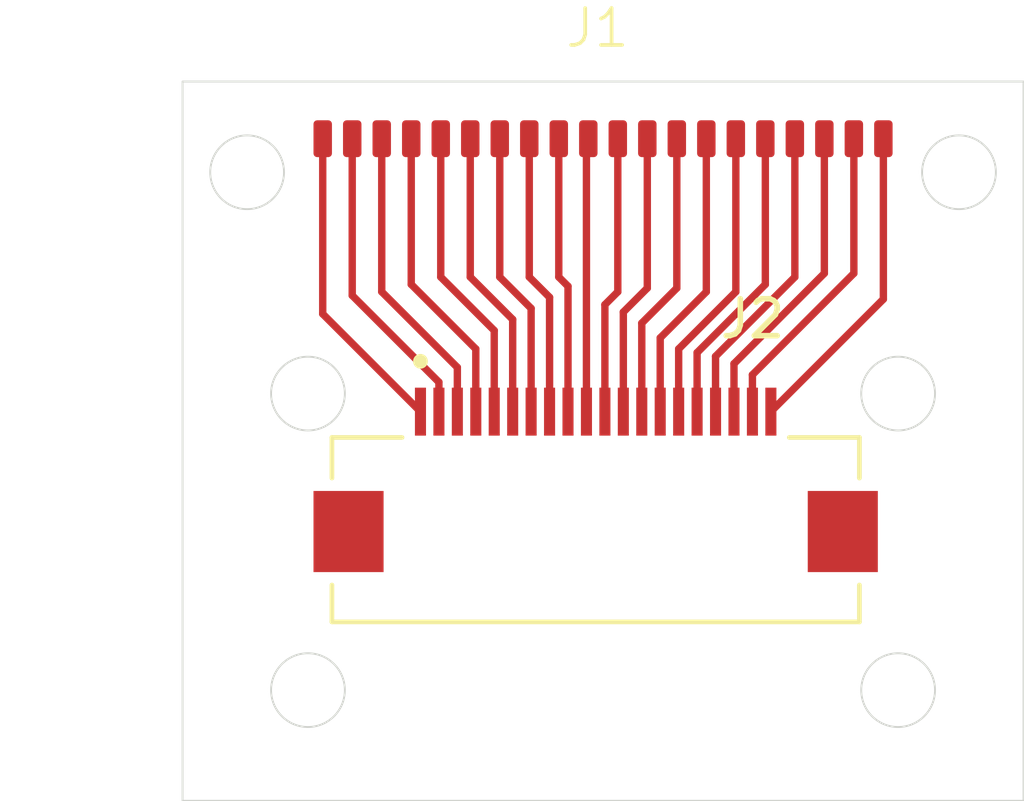
<source format=kicad_pcb>
(kicad_pcb (version 20241229) (generator "pcbnew") (generator_version "9.0")
  (layers (0 "F.Cu" signal) (2 "B.Cu" signal) (13 "F.Paste" user) (15 "B.Paste" user) (5 "F.SilkS" user "F.Silkscreen") (7 "B.SilkS" user "B.Silkscreen") (1 "F.Mask" user) (3 "B.Mask" user) (25 "Edge.Cuts" user))
  (net 0 "")
  (net 1 "Net-(J1-Pin_8)")
  (net 2 "Net-(J1-Pin_16)")
  (net 3 "Net-(J1-Pin_17)")
  (net 4 "Net-(J1-Pin_1)")
  (net 5 "Net-(J1-Pin_13)")
  (net 6 "Net-(J1-Pin_7)")
  (net 7 "Net-(J1-Pin_3)")
  (net 8 "Net-(J1-Pin_14)")
  (net 9 "Net-(J1-Pin_20)")
  (net 10 "Net-(J1-Pin_15)")
  (net 11 "Net-(J1-Pin_9)")
  (net 12 "Net-(J1-Pin_6)")
  (net 13 "Net-(J1-Pin_10)")
  (net 14 "Net-(J1-Pin_19)")
  (net 15 "Net-(J1-Pin_5)")
  (net 16 "Net-(J1-Pin_11)")
  (net 17 "Net-(J1-Pin_18)")
  (net 18 "Net-(J1-Pin_12)")
  (net 19 "Net-(J1-Pin_4)")
  (net 20 "Net-(J1-Pin_2)")
  (footprint "Custom_pads:Pads 1x20" (layer "F.Cu") (at 159.75 37.05)
    (property "Reference" "J1" (at 0 -3 0) (layer "F.SilkS") (effects (font (thickness 0.1))))
    (property "Value" "Conn_01x20_Pin")
    (pad "1" smd roundrect (at -7.45 0) (size 0.5 1) (layers "F.Cu" "F.Mask" "F.Paste") (roundrect_rratio 0.2) (net 4 "Net-(J1-Pin_1)"))
    (pad "2" smd roundrect (at -6.65 0) (size 0.5 1) (layers "F.Cu" "F.Mask" "F.Paste") (roundrect_rratio 0.2) (net 20 "Net-(J1-Pin_2)"))
    (pad "3" smd roundrect (at -5.85 0) (size 0.5 1) (layers "F.Cu" "F.Mask" "F.Paste") (roundrect_rratio 0.2) (net 7 "Net-(J1-Pin_3)"))
    (pad "4" smd roundrect (at -5.05 0) (size 0.5 1) (layers "F.Cu" "F.Mask" "F.Paste") (roundrect_rratio 0.2) (net 19 "Net-(J1-Pin_4)"))
    (pad "5" smd roundrect (at -4.25 0) (size 0.5 1) (layers "F.Cu" "F.Mask" "F.Paste") (roundrect_rratio 0.2) (net 15 "Net-(J1-Pin_5)"))
    (pad "6" smd roundrect (at -3.45 0) (size 0.5 1) (layers "F.Cu" "F.Mask" "F.Paste") (roundrect_rratio 0.2) (net 12 "Net-(J1-Pin_6)"))
    (pad "7" smd roundrect (at -2.65 0) (size 0.5 1) (layers "F.Cu" "F.Mask" "F.Paste") (roundrect_rratio 0.2) (net 6 "Net-(J1-Pin_7)"))
    (pad "8" smd roundrect (at -1.85 0) (size 0.5 1) (layers "F.Cu" "F.Mask" "F.Paste") (roundrect_rratio 0.2) (net 1 "Net-(J1-Pin_8)"))
    (pad "9" smd roundrect (at -1.05 0) (size 0.5 1) (layers "F.Cu" "F.Mask" "F.Paste") (roundrect_rratio 0.2) (net 11 "Net-(J1-Pin_9)"))
    (pad "10" smd roundrect (at -0.25 0) (size 0.5 1) (layers "F.Cu" "F.Mask" "F.Paste") (roundrect_rratio 0.2) (net 13 "Net-(J1-Pin_10)"))
    (pad "11" smd roundrect (at 0.55 0) (size 0.5 1) (layers "F.Cu" "F.Mask" "F.Paste") (roundrect_rratio 0.2) (net 16 "Net-(J1-Pin_11)"))
    (pad "12" smd roundrect (at 1.35 0) (size 0.5 1) (layers "F.Cu" "F.Mask" "F.Paste") (roundrect_rratio 0.2) (net 18 "Net-(J1-Pin_12)"))
    (pad "13" smd roundrect (at 2.15 0) (size 0.5 1) (layers "F.Cu" "F.Mask" "F.Paste") (roundrect_rratio 0.2) (net 5 "Net-(J1-Pin_13)"))
    (pad "14" smd roundrect (at 2.95 0) (size 0.5 1) (layers "F.Cu" "F.Mask" "F.Paste") (roundrect_rratio 0.2) (net 8 "Net-(J1-Pin_14)"))
    (pad "15" smd roundrect (at 3.75 0) (size 0.5 1) (layers "F.Cu" "F.Mask" "F.Paste") (roundrect_rratio 0.2) (net 10 "Net-(J1-Pin_15)"))
    (pad "16" smd roundrect (at 4.55 0) (size 0.5 1) (layers "F.Cu" "F.Mask" "F.Paste") (roundrect_rratio 0.2) (net 2 "Net-(J1-Pin_16)"))
    (pad "17" smd roundrect (at 5.35 0) (size 0.5 1) (layers "F.Cu" "F.Mask" "F.Paste") (roundrect_rratio 0.2) (net 3 "Net-(J1-Pin_17)"))
    (pad "18" smd roundrect (at 6.15 0) (size 0.5 1) (layers "F.Cu" "F.Mask" "F.Paste") (roundrect_rratio 0.2) (net 17 "Net-(J1-Pin_18)"))
    (pad "19" smd roundrect (at 6.95 0) (size 0.5 1) (layers "F.Cu" "F.Mask" "F.Paste") (roundrect_rratio 0.2) (net 14 "Net-(J1-Pin_19)"))
    (pad "20" smd roundrect (at 7.75 0) (size 0.5 1) (layers "F.Cu" "F.Mask" "F.Paste") (roundrect_rratio 0.2) (net 9 "Net-(J1-Pin_20)"))
  )
  (footprint "Custom_pads:HRS_TF31-20S-0.5SH_800_" (layer "F.Cu") (at 159.7 47.65 180)
    (property "Reference" "J2" (at -4.255 5.715 0) (layer "F.SilkS"))
    (property "Value" "TF31-20S-0.5SH_800_")
    (fp_line (start 7.15 2.5) (end 7.15 1.4) (stroke (width 0.127)) (layer "F.SilkS"))
    (fp_line (start 7.15 -1.5) (end 7.15 -2.5) (stroke (width 0.127)) (layer "F.SilkS"))
    (fp_line (start 7.15 -2.5) (end -7.15 -2.5) (stroke (width 0.127)) (layer "F.SilkS"))
    (fp_line (start 5.25 2.5) (end 7.15 2.5) (stroke (width 0.127)) (layer "F.SilkS"))
    (fp_line (start -7.15 2.5) (end -5.25 2.5) (stroke (width 0.127)) (layer "F.SilkS"))
    (fp_line (start -7.15 1.4) (end -7.15 2.5) (stroke (width 0.127)) (layer "F.SilkS"))
    (fp_line (start -7.15 -2.5) (end -7.15 -1.5) (stroke (width 0.127)) (layer "F.SilkS"))
    (fp_circle (center 4.75 4.565) (end 4.85 4.565) (stroke (width 0.2)) (fill no) (layer "F.SilkS"))
    (pad "1" smd rect (at 4.75 3.2 180) (size 0.3 1.3) (layers "F.Cu" "F.Mask" "F.Paste") (net 4 "Net-(J1-Pin_1)"))
    (pad "2" smd rect (at 4.25 3.2 180) (size 0.3 1.3) (layers "F.Cu" "F.Mask" "F.Paste") (net 20 "Net-(J1-Pin_2)"))
    (pad "3" smd rect (at 3.75 3.2 180) (size 0.3 1.3) (layers "F.Cu" "F.Mask" "F.Paste") (net 7 "Net-(J1-Pin_3)"))
    (pad "4" smd rect (at 3.25 3.2 180) (size 0.3 1.3) (layers "F.Cu" "F.Mask" "F.Paste") (net 19 "Net-(J1-Pin_4)"))
    (pad "5" smd rect (at 2.75 3.2 180) (size 0.3 1.3) (layers "F.Cu" "F.Mask" "F.Paste") (net 15 "Net-(J1-Pin_5)"))
    (pad "6" smd rect (at 2.25 3.2 180) (size 0.3 1.3) (layers "F.Cu" "F.Mask" "F.Paste") (net 12 "Net-(J1-Pin_6)"))
    (pad "7" smd rect (at 1.75 3.2 180) (size 0.3 1.3) (layers "F.Cu" "F.Mask" "F.Paste") (net 6 "Net-(J1-Pin_7)"))
    (pad "8" smd rect (at 1.25 3.2 180) (size 0.3 1.3) (layers "F.Cu" "F.Mask" "F.Paste") (net 1 "Net-(J1-Pin_8)"))
    (pad "9" smd rect (at 0.75 3.2 180) (size 0.3 1.3) (layers "F.Cu" "F.Mask" "F.Paste") (net 11 "Net-(J1-Pin_9)"))
    (pad "10" smd rect (at 0.25 3.2 180) (size 0.3 1.3) (layers "F.Cu" "F.Mask" "F.Paste") (net 13 "Net-(J1-Pin_10)"))
    (pad "11" smd rect (at -0.25 3.2 180) (size 0.3 1.3) (layers "F.Cu" "F.Mask" "F.Paste") (net 16 "Net-(J1-Pin_11)"))
    (pad "12" smd rect (at -0.75 3.2 180) (size 0.3 1.3) (layers "F.Cu" "F.Mask" "F.Paste") (net 18 "Net-(J1-Pin_12)"))
    (pad "13" smd rect (at -1.25 3.2 180) (size 0.3 1.3) (layers "F.Cu" "F.Mask" "F.Paste") (net 5 "Net-(J1-Pin_13)"))
    (pad "14" smd rect (at -1.75 3.2 180) (size 0.3 1.3) (layers "F.Cu" "F.Mask" "F.Paste") (net 8 "Net-(J1-Pin_14)"))
    (pad "15" smd rect (at -2.25 3.2 180) (size 0.3 1.3) (layers "F.Cu" "F.Mask" "F.Paste") (net 10 "Net-(J1-Pin_15)"))
    (pad "16" smd rect (at -2.75 3.2 180) (size 0.3 1.3) (layers "F.Cu" "F.Mask" "F.Paste") (net 2 "Net-(J1-Pin_16)"))
    (pad "17" smd rect (at -3.25 3.2 180) (size 0.3 1.3) (layers "F.Cu" "F.Mask" "F.Paste") (net 3 "Net-(J1-Pin_17)"))
    (pad "18" smd rect (at -3.75 3.2 180) (size 0.3 1.3) (layers "F.Cu" "F.Mask" "F.Paste") (net 17 "Net-(J1-Pin_18)"))
    (pad "19" smd rect (at -4.25 3.2 180) (size 0.3 1.3) (layers "F.Cu" "F.Mask" "F.Paste") (net 14 "Net-(J1-Pin_19)"))
    (pad "20" smd rect (at -4.75 3.2 180) (size 0.3 1.3) (layers "F.Cu" "F.Mask" "F.Paste") (net 9 "Net-(J1-Pin_20)"))
    (pad "S1" smd rect (at -6.7 -0.05 180) (size 1.9 2.2) (layers "F.Cu" "F.Mask" "F.Paste"))
    (pad "S2" smd rect (at 6.7 -0.05 180) (size 1.9 2.2) (layers "F.Cu" "F.Mask" "F.Paste"))
  )
  (gr_rect (start 148.5 35.5) (end 171.3 55) (stroke (width 0.05)) (fill no) (layer "Edge.Cuts"))
  (gr_circle (center 169.55 37.96) (end 170.55 37.96) (stroke (width 0.05)) (fill no) (layer "Edge.Cuts"))
  (gr_circle (center 167.9 52) (end 168.9 52) (stroke (width 0.05)) (fill no) (layer "Edge.Cuts"))
  (gr_circle (center 150.25 37.96) (end 151.25 37.96) (stroke (width 0.05)) (fill no) (layer "Edge.Cuts"))
  (gr_circle (center 167.9 43.96) (end 168.9 43.96) (stroke (width 0.05)) (fill no) (layer "Edge.Cuts"))
  (gr_circle (center 151.9 43.96) (end 152.9 43.96) (stroke (width 0.05)) (fill no) (layer "Edge.Cuts"))
  (gr_circle (center 151.9 52) (end 152.9 52) (stroke (width 0.05)) (fill no) (layer "Edge.Cuts"))
  (segment (start 158.45 41.35) (end 157.9 40.8) (width 0.2) (layer "F.Cu") (net 1))
  (segment (start 157.9 40.8) (end 157.9 37.05) (width 0.2) (layer "F.Cu") (net 1))
  (segment (start 158.45 44.45) (end 158.45 41.35) (width 0.2) (layer "F.Cu") (net 1))
  (segment (start 164.3 41) (end 164.3 37.05) (width 0.2) (layer "F.Cu") (net 2))
  (segment (start 162.45 44.45) (end 162.45 42.85) (width 0.2) (layer "F.Cu") (net 2))
  (segment (start 162.45 42.85) (end 164.3 41) (width 0.2) (layer "F.Cu") (net 2))
  (segment (start 162.95 42.95) (end 165.1 40.8) (width 0.2) (layer "F.Cu") (net 3))
  (segment (start 162.95 44.45) (end 162.95 42.95) (width 0.2) (layer "F.Cu") (net 3))
  (segment (start 165.1 40.8) (end 165.1 37.05) (width 0.2) (layer "F.Cu") (net 3))
  (segment (start 152.3 41.8) (end 152.3 37.05) (width 0.2) (layer "F.Cu") (net 4))
  (segment (start 154.95 44.45) (end 152.3 41.8) (width 0.2) (layer "F.Cu") (net 4))
  (segment (start 161.9 41.1) (end 161.9 37.05) (width 0.2) (layer "F.Cu") (net 5))
  (segment (start 160.95 42.05) (end 161.9 41.1) (width 0.2) (layer "F.Cu") (net 5))
  (segment (start 160.95 44.45) (end 160.95 42.05) (width 0.2) (layer "F.Cu") (net 5))
  (segment (start 157.95 44.45) (end 157.95 41.65) (width 0.2) (layer "F.Cu") (net 6))
  (segment (start 157.1 40.8) (end 157.1 37.05) (width 0.2) (layer "F.Cu") (net 6))
  (segment (start 157.95 41.65) (end 157.1 40.8) (width 0.2) (layer "F.Cu") (net 6))
  (segment (start 155.95 44.45) (end 155.95 43.25) (width 0.2) (layer "F.Cu") (net 7))
  (segment (start 155.95 43.25) (end 153.9 41.2) (width 0.2) (layer "F.Cu") (net 7))
  (segment (start 153.9 41.2) (end 153.9 37.05) (width 0.2) (layer "F.Cu") (net 7))
  (segment (start 161.45 44.45) (end 161.45 42.45) (width 0.2) (layer "F.Cu") (net 8))
  (segment (start 162.7 41.2) (end 162.7 37.05) (width 0.2) (layer "F.Cu") (net 8))
  (segment (start 161.45 42.45) (end 162.7 41.2) (width 0.2) (layer "F.Cu") (net 8))
  (segment (start 167.5 41.4) (end 167.5 37.05) (width 0.2) (layer "F.Cu") (net 9))
  (segment (start 164.45 44.45) (end 167.5 41.4) (width 0.2) (layer "F.Cu") (net 9))
  (segment (start 161.95 44.45) (end 161.95 42.75) (width 0.2) (layer "F.Cu") (net 10))
  (segment (start 161.95 42.75) (end 163.5 41.2) (width 0.2) (layer "F.Cu") (net 10))
  (segment (start 163.5 41.2) (end 163.5 37.05) (width 0.2) (layer "F.Cu") (net 10))
  (segment (start 158.95 41.05) (end 158.7 40.8) (width 0.2) (layer "F.Cu") (net 11))
  (segment (start 158.95 44.45) (end 158.95 41.05) (width 0.2) (layer "F.Cu") (net 11))
  (segment (start 158.7 40.8) (end 158.7 37.05) (width 0.2) (layer "F.Cu") (net 11))
  (segment (start 157.45 44.45) (end 157.45 41.95) (width 0.2) (layer "F.Cu") (net 12))
  (segment (start 157.45 41.95) (end 156.3 40.8) (width 0.2) (layer "F.Cu") (net 12))
  (segment (start 156.3 40.8) (end 156.3 37.05) (width 0.2) (layer "F.Cu") (net 12))
  (segment (start 159.45 44.45) (end 159.45 37.1) (width 0.2) (layer "F.Cu") (net 13))
  (segment (start 159.45 37.1) (end 159.5 37.05) (width 0.2) (layer "F.Cu") (net 13))
  (segment (start 163.95 44.45) (end 163.95 43.45) (width 0.2) (layer "F.Cu") (net 14))
  (segment (start 166.7 40.7) (end 166.7 37.05) (width 0.2) (layer "F.Cu") (net 14))
  (segment (start 163.95 43.45) (end 166.7 40.7) (width 0.2) (layer "F.Cu") (net 14))
  (segment (start 155.5 40.8) (end 155.5 37.05) (width 0.2) (layer "F.Cu") (net 15))
  (segment (start 156.95 44.45) (end 156.95 42.25) (width 0.2) (layer "F.Cu") (net 15))
  (segment (start 156.95 42.25) (end 155.5 40.8) (width 0.2) (layer "F.Cu") (net 15))
  (segment (start 159.95 44.45) (end 159.95 41.55) (width 0.2) (layer "F.Cu") (net 16))
  (segment (start 160.3 41.2) (end 160.3 37.05) (width 0.2) (layer "F.Cu") (net 16))
  (segment (start 159.95 41.55) (end 160.3 41.2) (width 0.2) (layer "F.Cu") (net 16))
  (segment (start 163.45 44.45) (end 163.45 43.15) (width 0.2) (layer "F.Cu") (net 17))
  (segment (start 163.45 43.15) (end 165.9 40.7) (width 0.2) (layer "F.Cu") (net 17))
  (segment (start 165.9 40.7) (end 165.9 37.05) (width 0.2) (layer "F.Cu") (net 17))
  (segment (start 160.45 44.45) (end 160.45 41.75) (width 0.2) (layer "F.Cu") (net 18))
  (segment (start 160.45 41.75) (end 161.1 41.1) (width 0.2) (layer "F.Cu") (net 18))
  (segment (start 161.1 41.1) (end 161.1 37.05) (width 0.2) (layer "F.Cu") (net 18))
  (segment (start 156.45 44.45) (end 156.45 42.75) (width 0.2) (layer "F.Cu") (net 19))
  (segment (start 154.7 41) (end 154.7 37.05) (width 0.2) (layer "F.Cu") (net 19))
  (segment (start 156.45 42.75) (end 154.7 41) (width 0.2) (layer "F.Cu") (net 19))
  (segment (start 155.45 44.45) (end 155.45 43.65) (width 0.2) (layer "F.Cu") (net 20))
  (segment (start 153.1 41.3) (end 153.1 37.05) (width 0.2) (layer "F.Cu") (net 20))
  (segment (start 155.45 43.65) (end 153.1 41.3) (width 0.2) (layer "F.Cu") (net 20))
)
</source>
